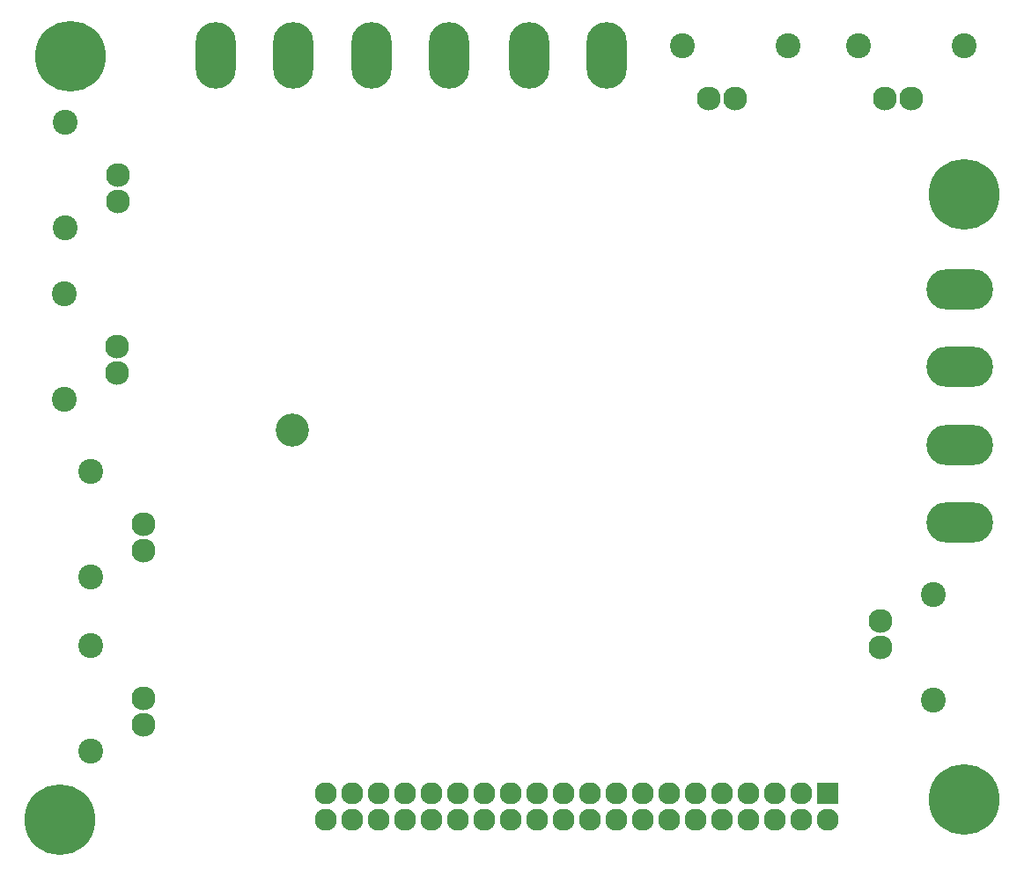
<source format=gbr>
G04 #@! TF.FileFunction,Soldermask,Bot*
%FSLAX46Y46*%
G04 Gerber Fmt 4.6, Leading zero omitted, Abs format (unit mm)*
G04 Created by KiCad (PCBNEW (2016-10-09 revision 6d27087)-master) date 2016 November 17, Thursday 15:53:54*
%MOMM*%
%LPD*%
G01*
G04 APERTURE LIST*
%ADD10C,0.100000*%
%ADD11C,6.800000*%
%ADD12R,2.127200X2.127200*%
%ADD13O,2.127200X2.127200*%
%ADD14C,2.400000*%
%ADD15C,2.300000*%
%ADD16C,3.200000*%
%ADD17O,3.900000X6.400000*%
%ADD18O,6.400000X3.900000*%
G04 APERTURE END LIST*
D10*
D11*
X100000000Y-52500000D03*
X99000000Y-126000000D03*
X186000000Y-124000000D03*
X186000000Y-65825000D03*
D12*
X172830000Y-123425000D03*
D13*
X172830000Y-125965000D03*
X170290000Y-123425000D03*
X170290000Y-125965000D03*
X167750000Y-123425000D03*
X167750000Y-125965000D03*
X165210000Y-123425000D03*
X165210000Y-125965000D03*
X162670000Y-123425000D03*
X162670000Y-125965000D03*
X160130000Y-123425000D03*
X160130000Y-125965000D03*
X157590000Y-123425000D03*
X157590000Y-125965000D03*
X155050000Y-123425000D03*
X155050000Y-125965000D03*
X152510000Y-123425000D03*
X152510000Y-125965000D03*
X149970000Y-123425000D03*
X149970000Y-125965000D03*
X147430000Y-123425000D03*
X147430000Y-125965000D03*
X144890000Y-123425000D03*
X144890000Y-125965000D03*
X142350000Y-123425000D03*
X142350000Y-125965000D03*
X139810000Y-123425000D03*
X139810000Y-125965000D03*
X137270000Y-123425000D03*
X137270000Y-125965000D03*
X134730000Y-123425000D03*
X134730000Y-125965000D03*
X132190000Y-123425000D03*
X132190000Y-125965000D03*
X129650000Y-123425000D03*
X129650000Y-125965000D03*
X127110000Y-123425000D03*
X127110000Y-125965000D03*
X124570000Y-123425000D03*
X124570000Y-125965000D03*
D14*
X99500000Y-58840000D03*
X99500000Y-69000000D03*
D15*
X104580000Y-63920000D03*
X104580000Y-66460000D03*
D16*
X121325000Y-88450000D03*
D14*
X99420000Y-75340000D03*
X99420000Y-85500000D03*
D15*
X104500000Y-80420000D03*
X104500000Y-82960000D03*
D14*
X102000000Y-109215000D03*
X102000000Y-119375000D03*
D15*
X107080000Y-114295000D03*
X107080000Y-116835000D03*
X107080000Y-100120000D03*
X107080000Y-97580000D03*
D14*
X102000000Y-102660000D03*
X102000000Y-92500000D03*
D15*
X177920000Y-106840000D03*
X177920000Y-109380000D03*
D14*
X183000000Y-104300000D03*
X183000000Y-114460000D03*
X169000000Y-51500000D03*
X158840000Y-51500000D03*
D15*
X163920000Y-56580000D03*
X161380000Y-56580000D03*
X178380000Y-56580000D03*
X180920000Y-56580000D03*
D14*
X175840000Y-51500000D03*
X186000000Y-51500000D03*
D17*
X144130000Y-52400000D03*
X151630000Y-52400000D03*
X113975000Y-52400000D03*
X121475000Y-52400000D03*
X128975000Y-52400000D03*
X136475000Y-52400000D03*
D18*
X185500000Y-74910000D03*
X185500000Y-82410000D03*
X185500000Y-89910000D03*
X185500000Y-97410000D03*
M02*

</source>
